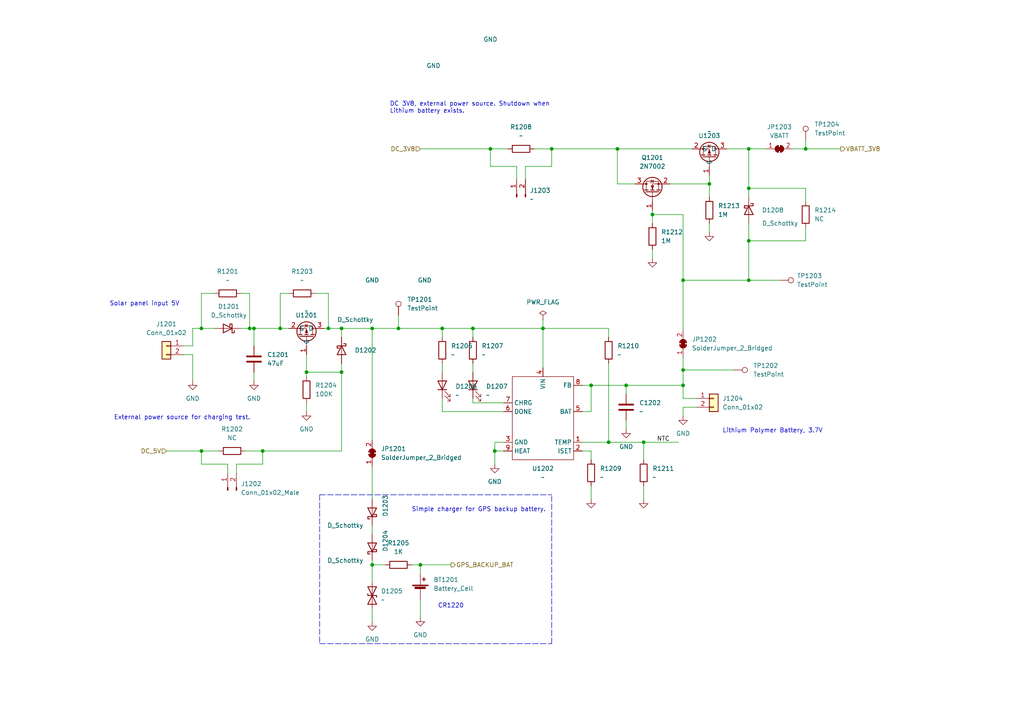
<source format=kicad_sch>
(kicad_sch (version 20211123) (generator eeschema)
  (paper "A4")
  (lib_symbols
    (symbol "Connector:Conn_01x02_Male" (pin_names (offset 1.016) hide)
      (property "Reference" "J" (at 0 2.54 0))
      (property "Value" "Conn_01x02_Male" (at 0 -5.08 0))
      (symbol "Conn_01x02_Male_1_1"
        (polyline (pts (xy 1.27 -2.54) (xy 0.8636 -2.54)) (stroke (width 0.1524)))
        (polyline (pts (xy 1.27 0) (xy 0.8636 0)) (stroke (width 0.1524)))
        (rectangle (start 0.8636 -2.413) (end 0 -2.667) (stroke (width 0.1524)) (fill (type outline)))
        (rectangle (start 0.8636 0.127) (end 0 -0.127) (stroke (width 0.1524)) (fill (type outline)))
        (pin passive line (at 5.08 0 180) (length 3.81) (name "Pin_1") (number "1"))
        (pin passive line (at 5.08 -2.54 180) (length 3.81) (name "Pin_2") (number "2"))
      )
    )
    (symbol "Connector:TestPoint" (pin_numbers hide) (pin_names (offset 0.762) hide)
      (property "Reference" "TP" (at 0 6.858 0))
      (property "Value" "TestPoint" (at 0 5.08 0))
      (symbol "TestPoint_0_1"
        (circle (center 0 3.302) (radius 0.762))
      )
      (symbol "TestPoint_1_1"
        (pin passive line (at 0 0 90) (length 2.54) (name "1") (number "1"))
      )
    )
    (symbol "Connector_Generic:Conn_01x02" (pin_names (offset 1.016) hide)
      (property "Reference" "J" (at 0 2.54 0))
      (property "Value" "Conn_01x02" (at 0 -5.08 0))
      (symbol "Conn_01x02_1_1"
        (rectangle (start -1.27 -2.413) (end 0 -2.667) (stroke (width 0.1524)))
        (rectangle (start -1.27 0.127) (end 0 -0.127) (stroke (width 0.1524)))
        (rectangle (start -1.27 1.27) (end 1.27 -3.81) (stroke (width 0.254)) (fill (type background)))
        (pin passive line (at -5.08 0 0) (length 3.81) (name "Pin_1") (number "1"))
        (pin passive line (at -5.08 -2.54 0) (length 3.81) (name "Pin_2") (number "2"))
      )
    )
    (symbol "Device:Battery_Cell" (pin_numbers hide) (pin_names (offset 0) hide)
      (property "Reference" "BT" (at 2.54 2.54 0))
      (property "Value" "Battery_Cell" (at 2.54 0 0))
      (symbol "Battery_Cell_0_1"
        (rectangle (start -2.286 1.778) (end 2.286 1.524) (fill (type outline)))
        (rectangle (start -1.5748 1.1938) (end 1.4732 0.6858) (fill (type outline)))
        (polyline (pts (xy 0 0.762) (xy 0 0)))
        (polyline (pts (xy 0 1.778) (xy 0 2.54)))
        (polyline (pts (xy 0.508 3.429) (xy 1.524 3.429)) (stroke (width 0.254)))
        (polyline (pts (xy 1.016 3.937) (xy 1.016 2.921)) (stroke (width 0.254)))
      )
      (symbol "Battery_Cell_1_1"
        (pin passive line (at 0 5.08 270) (length 2.54) (name "+") (number "1"))
        (pin passive line (at 0 -2.54 90) (length 2.54) (name "-") (number "2"))
      )
    )
    (symbol "Device:C" (pin_numbers hide) (pin_names (offset 0.254))
      (property "Reference" "C" (at 0.635 2.54 0))
      (property "Value" "C" (at 0.635 -2.54 0))
      (symbol "C_0_1"
        (polyline (pts (xy -2.032 -0.762) (xy 2.032 -0.762)) (stroke (width 0.508)))
        (polyline (pts (xy -2.032 0.762) (xy 2.032 0.762)) (stroke (width 0.508)))
      )
      (symbol "C_1_1"
        (pin passive line (at 0 3.81 270) (length 2.794) (name "~") (number "1"))
        (pin passive line (at 0 -3.81 90) (length 2.794) (name "~") (number "2"))
      )
    )
    (symbol "Device:D_Schottky" (pin_numbers hide) (pin_names (offset 1.016) hide)
      (property "Reference" "D" (at 0 2.54 0))
      (property "Value" "D_Schottky" (at 0 -2.54 0))
      (symbol "D_Schottky_0_1"
        (polyline (pts (xy 1.27 0) (xy -1.27 0)))
        (polyline (pts (xy 1.27 1.27) (xy 1.27 -1.27) (xy -1.27 0) (xy 1.27 1.27)) (stroke (width 0.254)))
        (polyline (pts (xy -1.905 0.635) (xy -1.905 1.27) (xy -1.27 1.27) (xy -1.27 -1.27) (xy -0.635 -1.27) (xy -0.635 -0.635)) (stroke (width 0.254)))
      )
      (symbol "D_Schottky_1_1"
        (pin passive line (at -3.81 0 0) (length 2.54) (name "K") (number "1"))
        (pin passive line (at 3.81 0 180) (length 2.54) (name "A") (number "2"))
      )
    )
    (symbol "Device:D_TVS" (pin_numbers hide) (pin_names (offset 1.016) hide)
      (property "Reference" "D" (at 0 2.54 0))
      (property "Value" "D_TVS" (at 0 -2.54 0))
      (symbol "D_TVS_0_1"
        (polyline (pts (xy 1.27 0) (xy -1.27 0)))
        (polyline (pts (xy 0.508 1.27) (xy 0 1.27) (xy 0 -1.27) (xy -0.508 -1.27)) (stroke (width 0.254)))
        (polyline (pts (xy -2.54 1.27) (xy -2.54 -1.27) (xy 2.54 1.27) (xy 2.54 -1.27) (xy -2.54 1.27)) (stroke (width 0.254)))
      )
      (symbol "D_TVS_1_1"
        (pin passive line (at -3.81 0 0) (length 2.54) (name "A1") (number "1"))
        (pin passive line (at 3.81 0 180) (length 2.54) (name "A2") (number "2"))
      )
    )
    (symbol "Device:LED" (pin_numbers hide) (pin_names (offset 1.016) hide)
      (property "Reference" "D" (at 0 2.54 0))
      (property "Value" "LED" (at 0 -2.54 0))
      (symbol "LED_0_1"
        (polyline (pts (xy -1.27 -1.27) (xy -1.27 1.27)) (stroke (width 0.254)))
        (polyline (pts (xy -1.27 0) (xy 1.27 0)))
        (polyline (pts (xy 1.27 -1.27) (xy 1.27 1.27) (xy -1.27 0) (xy 1.27 -1.27)) (stroke (width 0.254)))
        (polyline (pts (xy -3.048 -0.762) (xy -4.572 -2.286) (xy -3.81 -2.286) (xy -4.572 -2.286) (xy -4.572 -1.524)))
        (polyline (pts (xy -1.778 -0.762) (xy -3.302 -2.286) (xy -2.54 -2.286) (xy -3.302 -2.286) (xy -3.302 -1.524)))
      )
      (symbol "LED_1_1"
        (pin passive line (at -3.81 0 0) (length 2.54) (name "K") (number "1"))
        (pin passive line (at 3.81 0 180) (length 2.54) (name "A") (number "2"))
      )
    )
    (symbol "Device:R" (pin_numbers hide) (pin_names (offset 0))
      (property "Reference" "R" (at 2.032 0 90))
      (property "Value" "R" (at 0 0 90))
      (symbol "R_0_1"
        (rectangle (start -1.016 -2.54) (end 1.016 2.54) (stroke (width 0.254)))
      )
      (symbol "R_1_1"
        (pin passive line (at 0 3.81 270) (length 1.27) (name "~") (number "1"))
        (pin passive line (at 0 -3.81 90) (length 1.27) (name "~") (number "2"))
      )
    )
    (symbol "Jumper:SolderJumper_2_Bridged" (pin_names (offset 0) hide)
      (property "Reference" "JP" (at 0 2.032 0))
      (property "Value" "SolderJumper_2_Bridged" (at 0 -2.54 0))
      (symbol "SolderJumper_2_Bridged_0_1"
        (rectangle (start -0.508 0.508) (end 0.508 -0.508) (fill (type outline)))
        (arc (start -0.254 1.016) (mid -1.27 0) (end -0.254 -1.016))
        (arc (start -0.254 1.016) (mid -1.27 0) (end -0.254 -1.016) (fill (type outline)))
        (polyline (pts (xy -0.254 1.016) (xy -0.254 -1.016)))
        (polyline (pts (xy 0.254 1.016) (xy 0.254 -1.016)))
        (arc (start 0.254 -1.016) (mid 1.27 0) (end 0.254 1.016))
        (arc (start 0.254 -1.016) (mid 1.27 0) (end 0.254 1.016) (fill (type outline)))
      )
      (symbol "SolderJumper_2_Bridged_1_1"
        (pin passive line (at -3.81 0 0) (length 2.54) (name "A") (number "1"))
        (pin passive line (at 3.81 0 180) (length 2.54) (name "B") (number "2"))
      )
    )
    (symbol "Transistor_FET:2N7002" (pin_names hide)
      (property "Reference" "Q" (at 5.08 1.905 0))
      (property "Value" "2N7002" (at 5.08 0 0))
      (symbol "2N7002_0_1"
        (polyline (pts (xy 0.254 0) (xy -2.54 0)))
        (polyline (pts (xy 0.254 1.905) (xy 0.254 -1.905)) (stroke (width 0.254)))
        (polyline (pts (xy 0.762 -1.27) (xy 0.762 -2.286)) (stroke (width 0.254)))
        (polyline (pts (xy 0.762 0.508) (xy 0.762 -0.508)) (stroke (width 0.254)))
        (polyline (pts (xy 0.762 2.286) (xy 0.762 1.27)) (stroke (width 0.254)))
        (polyline (pts (xy 2.54 2.54) (xy 2.54 1.778)))
        (polyline (pts (xy 2.54 -2.54) (xy 2.54 0) (xy 0.762 0)))
        (polyline (pts (xy 0.762 -1.778) (xy 3.302 -1.778) (xy 3.302 1.778) (xy 0.762 1.778)))
        (polyline (pts (xy 1.016 0) (xy 2.032 0.381) (xy 2.032 -0.381) (xy 1.016 0)) (fill (type outline)))
        (polyline (pts (xy 2.794 0.508) (xy 2.921 0.381) (xy 3.683 0.381) (xy 3.81 0.254)))
        (polyline (pts (xy 3.302 0.381) (xy 2.921 -0.254) (xy 3.683 -0.254) (xy 3.302 0.381)))
        (circle (center 1.651 0) (radius 2.794) (stroke (width 0.254)))
        (circle (center 2.54 -1.778) (radius 0.254) (fill (type outline)))
        (circle (center 2.54 1.778) (radius 0.254) (fill (type outline)))
      )
      (symbol "2N7002_1_1"
        (pin input line (at -5.08 0 0) (length 2.54) (name "G") (number "1"))
        (pin passive line (at 2.54 -5.08 90) (length 2.54) (name "S") (number "2"))
        (pin passive line (at 2.54 5.08 270) (length 2.54) (name "D") (number "3"))
      )
    )
    (symbol "lp-collapse:CN3065"
      (property "Reference" "U" (at 0 0 0))
      (property "Value" "CN3065" (at 0 -2.54 0))
      (symbol "CN3065_0_1"
        (rectangle (start -8.89 11.43) (end 8.89 -12.7))
      )
      (symbol "CN3065_1_1"
        (pin input line (at 11.43 -7.62 180) (length 2.54) (name "TEMP") (number "1"))
        (pin output line (at 11.43 -10.16 180) (length 2.54) (name "ISET") (number "2"))
        (pin power_in line (at -11.43 -7.62 0) (length 2.54) (name "GND") (number "3"))
        (pin power_in line (at 0 13.97 270) (length 2.54) (name "VIN") (number "4"))
        (pin power_out line (at 11.43 1.27 180) (length 2.54) (name "BAT") (number "5"))
        (pin output line (at -11.43 1.27 0) (length 2.54) (name "DONE") (number "6"))
        (pin output line (at -11.43 3.81 0) (length 2.54) (name "CHRG") (number "7"))
        (pin input line (at 11.43 8.89 180) (length 2.54) (name "FB") (number "8"))
        (pin power_in line (at -11.43 -10.16 0) (length 2.54) (name "HEAT") (number "9"))
      )
    )
    (symbol "lp-collapse:Si2347DS"
      (property "Reference" "U" (at 5.08 1.27 0))
      (property "Value" "Si2347DS" (at 7.62 -2.54 0))
      (symbol "Si2347DS_0_1"
        (polyline (pts (xy -1.016 0) (xy -3.81 0)))
        (polyline (pts (xy -1.016 1.905) (xy -1.016 -1.905)) (stroke (width 0.254)))
        (polyline (pts (xy -0.508 -1.27) (xy -0.508 -2.286)) (stroke (width 0.254)))
        (polyline (pts (xy -0.508 0.508) (xy -0.508 -0.508)) (stroke (width 0.254)))
        (polyline (pts (xy -0.508 2.286) (xy -0.508 1.27)) (stroke (width 0.254)))
        (polyline (pts (xy 1.27 2.54) (xy 1.27 1.778)))
        (polyline (pts (xy 1.27 -2.54) (xy 1.27 0) (xy -0.508 0)))
        (polyline (pts (xy -0.508 1.778) (xy 2.032 1.778) (xy 2.032 -1.778) (xy -0.508 -1.778)))
        (polyline (pts (xy 1.016 0) (xy 0 0.381) (xy 0 -0.381) (xy 1.016 0)) (fill (type outline)))
        (polyline (pts (xy 1.524 -0.508) (xy 1.651 -0.381) (xy 2.413 -0.381) (xy 2.54 -0.254)))
        (polyline (pts (xy 2.032 -0.381) (xy 1.651 0.254) (xy 2.413 0.254) (xy 2.032 -0.381)))
        (circle (center 0.381 0) (radius 2.794) (stroke (width 0.254)))
        (circle (center 1.27 -1.778) (radius 0.254) (fill (type outline)))
        (circle (center 1.27 1.778) (radius 0.254) (fill (type outline)))
      )
      (symbol "Si2347DS_1_1"
        (pin input line (at -6.35 0 0) (length 2.54) (name "G") (number "1"))
        (pin passive line (at 1.27 -5.08 90) (length 2.54) (name "S") (number "2"))
        (pin passive line (at 1.27 5.08 270) (length 2.54) (name "D") (number "3"))
      )
    )
    (symbol "power:GND" (power) (pin_names (offset 0))
      (property "Value" "GND" (at 0 -3.81 0))
      (symbol "GND_0_1"
        (polyline (pts (xy 0 0) (xy 0 -1.27) (xy 1.27 -1.27) (xy 0 -2.54) (xy -1.27 -1.27) (xy 0 -1.27)))
      )
      (symbol "GND_1_1"
        (pin power_in line (at 0 0 270) (length 0) hide (name "GND") (number "1"))
      )
    )
    (symbol "power:PWR_FLAG" (power) (pin_numbers hide) (pin_names (offset 0) hide)
      (property "Value" "PWR_FLAG" (at 0 3.81 0))
      (symbol "PWR_FLAG_0_0"
        (pin power_out line (at 0 0 90) (length 0) (name "pwr") (number "1"))
      )
      (symbol "PWR_FLAG_0_1"
        (polyline (pts (xy 0 0) (xy 0 1.27) (xy -1.016 1.905) (xy 0 2.54) (xy 1.016 1.905) (xy 0 1.27)))
      )
    )
  )
  (junction (at 107.95 95.25))
  (junction (at 186.69 128.27))
  (junction (at 121.92 163.83))
  (junction (at 115.57 95.25))
  (junction (at 95.25 95.25))
  (junction (at 217.17 43.18))
  (junction (at 99.06 95.25))
  (junction (at 107.95 163.83))
  (junction (at 58.42 130.81))
  (junction (at 171.45 111.76))
  (junction (at 58.42 95.25))
  (junction (at 198.12 107.315))
  (junction (at 205.74 53.34))
  (junction (at 81.28 95.25))
  (junction (at 128.27 95.25))
  (junction (at 157.48 95.25))
  (junction (at 198.12 111.76))
  (junction (at 217.17 81.28))
  (junction (at 143.51 130.81))
  (junction (at 217.17 54.61))
  (junction (at 142.24 43.18))
  (junction (at 137.16 95.25))
  (junction (at 181.61 111.76))
  (junction (at 198.12 81.28))
  (junction (at 233.68 43.18))
  (junction (at 217.17 69.85))
  (junction (at 72.39 95.25))
  (junction (at 160.02 43.18))
  (junction (at 176.53 128.27))
  (junction (at 99.06 107.95))
  (junction (at 88.9 107.95))
  (junction (at 179.07 43.18))
  (junction (at 73.66 95.25))
  (junction (at 189.23 62.23))
  (junction (at 76.2 130.81))
  (wire (pts (xy 137.16 95.25) (xy 137.16 97.79)))
  (wire (pts (xy 217.17 81.28) (xy 198.12 81.28)))
  (wire (pts (xy 72.39 85.09) (xy 72.39 95.25)))
  (wire (pts (xy 128.27 97.79) (xy 128.27 95.25)))
  (wire (pts (xy 76.2 130.81) (xy 99.06 130.81)))
  (polyline (pts (xy 92.71 186.69) (xy 160.02 186.69)))
  (wire (pts (xy 186.69 140.97) (xy 186.69 144.78)))
  (wire (pts (xy 115.57 91.44) (xy 115.57 95.25)))
  (wire (pts (xy 143.51 130.81) (xy 146.05 130.81)))
  (wire (pts (xy 66.04 134.62) (xy 66.04 137.16)))
  (wire (pts (xy 95.25 95.25) (xy 99.06 95.25)))
  (wire (pts (xy 168.91 130.81) (xy 171.45 130.81)))
  (wire (pts (xy 121.92 163.83) (xy 121.92 166.37)))
  (wire (pts (xy 107.95 163.83) (xy 107.95 168.91)))
  (wire (pts (xy 198.12 62.23) (xy 198.12 81.28)))
  (wire (pts (xy 62.23 85.09) (xy 58.42 85.09)))
  (wire (pts (xy 152.4 48.26) (xy 152.4 52.07)))
  (wire (pts (xy 233.68 43.18) (xy 243.84 43.18)))
  (wire (pts (xy 198.12 111.76) (xy 181.61 111.76)))
  (wire (pts (xy 121.92 43.18) (xy 142.24 43.18)))
  (wire (pts (xy 217.17 43.18) (xy 217.17 54.61)))
  (wire (pts (xy 181.61 111.76) (xy 181.61 114.3)))
  (wire (pts (xy 128.27 105.41) (xy 128.27 107.95)))
  (wire (pts (xy 128.27 115.57) (xy 128.27 119.38)))
  (wire (pts (xy 205.74 50.8) (xy 205.74 53.34)))
  (wire (pts (xy 198.12 107.315) (xy 198.12 111.76)))
  (wire (pts (xy 137.16 105.41) (xy 137.16 107.95)))
  (wire (pts (xy 168.91 111.76) (xy 171.45 111.76)))
  (wire (pts (xy 119.38 163.83) (xy 121.92 163.83)))
  (wire (pts (xy 201.93 118.11) (xy 198.12 118.11)))
  (polyline (pts (xy 92.71 143.51) (xy 160.02 143.51)))
  (wire (pts (xy 93.98 95.25) (xy 95.25 95.25)))
  (wire (pts (xy 115.57 95.25) (xy 107.95 95.25)))
  (wire (pts (xy 217.17 43.18) (xy 222.25 43.18)))
  (wire (pts (xy 48.26 130.81) (xy 58.42 130.81)))
  (wire (pts (xy 154.94 43.18) (xy 160.02 43.18)))
  (wire (pts (xy 160.02 43.18) (xy 160.02 48.26)))
  (wire (pts (xy 149.86 48.26) (xy 149.86 52.07)))
  (wire (pts (xy 88.9 107.95) (xy 88.9 109.22)))
  (wire (pts (xy 137.16 95.25) (xy 157.48 95.25)))
  (wire (pts (xy 95.25 85.09) (xy 95.25 95.25)))
  (wire (pts (xy 152.4 48.26) (xy 160.02 48.26)))
  (wire (pts (xy 73.66 107.95) (xy 73.66 110.49)))
  (wire (pts (xy 58.42 134.62) (xy 66.04 134.62)))
  (wire (pts (xy 58.42 130.81) (xy 58.42 134.62)))
  (wire (pts (xy 186.69 128.27) (xy 186.69 133.35)))
  (wire (pts (xy 198.12 115.57) (xy 198.12 111.76)))
  (wire (pts (xy 157.48 92.71) (xy 157.48 95.25)))
  (wire (pts (xy 71.12 130.81) (xy 76.2 130.81)))
  (wire (pts (xy 171.45 130.81) (xy 171.45 133.35)))
  (wire (pts (xy 179.07 43.18) (xy 200.66 43.18)))
  (wire (pts (xy 189.23 62.23) (xy 189.23 64.77)))
  (wire (pts (xy 83.82 85.09) (xy 81.28 85.09)))
  (wire (pts (xy 179.07 43.18) (xy 179.07 53.34)))
  (wire (pts (xy 130.81 163.83) (xy 121.92 163.83)))
  (wire (pts (xy 88.9 107.95) (xy 99.06 107.95)))
  (wire (pts (xy 229.87 43.18) (xy 233.68 43.18)))
  (wire (pts (xy 69.85 95.25) (xy 72.39 95.25)))
  (wire (pts (xy 157.48 95.25) (xy 157.48 106.68)))
  (wire (pts (xy 189.23 60.96) (xy 189.23 62.23)))
  (wire (pts (xy 53.34 102.87) (xy 55.88 102.87)))
  (wire (pts (xy 68.58 134.62) (xy 76.2 134.62)))
  (wire (pts (xy 107.95 135.255) (xy 107.95 144.78)))
  (wire (pts (xy 142.24 43.18) (xy 142.24 48.26)))
  (wire (pts (xy 88.9 102.87) (xy 88.9 107.95)))
  (wire (pts (xy 233.68 58.42) (xy 233.68 54.61)))
  (wire (pts (xy 99.06 130.81) (xy 99.06 107.95)))
  (wire (pts (xy 201.93 115.57) (xy 198.12 115.57)))
  (wire (pts (xy 171.45 111.76) (xy 181.61 111.76)))
  (wire (pts (xy 55.88 95.25) (xy 58.42 95.25)))
  (wire (pts (xy 171.45 111.76) (xy 171.45 119.38)))
  (wire (pts (xy 189.23 72.39) (xy 189.23 74.93)))
  (wire (pts (xy 171.45 140.97) (xy 171.45 144.78)))
  (wire (pts (xy 217.17 81.28) (xy 226.06 81.28)))
  (wire (pts (xy 128.27 95.25) (xy 137.16 95.25)))
  (wire (pts (xy 233.68 40.64) (xy 233.68 43.18)))
  (wire (pts (xy 194.31 53.34) (xy 205.74 53.34)))
  (wire (pts (xy 55.88 95.25) (xy 55.88 100.33)))
  (wire (pts (xy 115.57 95.25) (xy 128.27 95.25)))
  (polyline (pts (xy 92.71 143.51) (xy 92.71 186.69)))
  (wire (pts (xy 73.66 95.25) (xy 81.28 95.25)))
  (wire (pts (xy 58.42 130.81) (xy 63.5 130.81)))
  (wire (pts (xy 55.88 102.87) (xy 55.88 110.49)))
  (wire (pts (xy 198.12 81.28) (xy 198.12 95.885)))
  (wire (pts (xy 53.34 100.33) (xy 55.88 100.33)))
  (polyline (pts (xy 160.02 186.69) (xy 160.02 143.51)))
  (wire (pts (xy 217.17 64.77) (xy 217.17 69.85)))
  (wire (pts (xy 107.95 176.53) (xy 107.95 180.34)))
  (wire (pts (xy 137.16 115.57) (xy 137.16 116.84)))
  (wire (pts (xy 107.95 95.25) (xy 107.95 127.635)))
  (wire (pts (xy 72.39 95.25) (xy 73.66 95.25)))
  (wire (pts (xy 198.12 107.315) (xy 212.725 107.315)))
  (wire (pts (xy 143.51 128.27) (xy 143.51 130.81)))
  (wire (pts (xy 99.06 105.41) (xy 99.06 107.95)))
  (wire (pts (xy 81.28 95.25) (xy 83.82 95.25)))
  (wire (pts (xy 76.2 130.81) (xy 76.2 134.62)))
  (wire (pts (xy 176.53 128.27) (xy 186.69 128.27)))
  (wire (pts (xy 58.42 85.09) (xy 58.42 95.25)))
  (wire (pts (xy 184.15 53.34) (xy 179.07 53.34)))
  (wire (pts (xy 217.17 69.85) (xy 217.17 81.28)))
  (wire (pts (xy 181.61 121.92) (xy 181.61 124.46)))
  (wire (pts (xy 210.82 43.18) (xy 217.17 43.18)))
  (wire (pts (xy 143.51 130.81) (xy 143.51 134.62)))
  (wire (pts (xy 186.69 128.27) (xy 196.85 128.27)))
  (wire (pts (xy 233.68 54.61) (xy 217.17 54.61)))
  (wire (pts (xy 149.86 48.26) (xy 142.24 48.26)))
  (wire (pts (xy 91.44 85.09) (xy 95.25 85.09)))
  (wire (pts (xy 146.05 128.27) (xy 143.51 128.27)))
  (wire (pts (xy 121.92 173.99) (xy 121.92 179.07)))
  (wire (pts (xy 128.27 119.38) (xy 146.05 119.38)))
  (wire (pts (xy 205.74 64.77) (xy 205.74 67.31)))
  (wire (pts (xy 73.66 95.25) (xy 73.66 100.33)))
  (wire (pts (xy 176.53 95.25) (xy 176.53 97.79)))
  (wire (pts (xy 107.95 162.56) (xy 107.95 163.83)))
  (wire (pts (xy 99.06 95.25) (xy 99.06 97.79)))
  (wire (pts (xy 233.68 66.04) (xy 233.68 69.85)))
  (wire (pts (xy 198.12 62.23) (xy 189.23 62.23)))
  (wire (pts (xy 68.58 137.16) (xy 68.58 134.62)))
  (wire (pts (xy 157.48 95.25) (xy 176.53 95.25)))
  (wire (pts (xy 176.53 105.41) (xy 176.53 128.27)))
  (wire (pts (xy 88.9 116.84) (xy 88.9 119.38)))
  (wire (pts (xy 69.85 85.09) (xy 72.39 85.09)))
  (wire (pts (xy 107.95 152.4) (xy 107.95 154.94)))
  (wire (pts (xy 107.95 163.83) (xy 111.76 163.83)))
  (wire (pts (xy 160.02 43.18) (xy 179.07 43.18)))
  (wire (pts (xy 168.91 119.38) (xy 171.45 119.38)))
  (wire (pts (xy 217.17 54.61) (xy 217.17 57.15)))
  (wire (pts (xy 81.28 85.09) (xy 81.28 95.25)))
  (wire (pts (xy 146.05 116.84) (xy 137.16 116.84)))
  (wire (pts (xy 198.12 103.505) (xy 198.12 107.315)))
  (wire (pts (xy 198.12 118.11) (xy 198.12 120.65)))
  (wire (pts (xy 142.24 43.18) (xy 147.32 43.18)))
  (wire (pts (xy 58.42 95.25) (xy 62.23 95.25)))
  (wire (pts (xy 176.53 128.27) (xy 168.91 128.27)))
  (wire (pts (xy 205.74 53.34) (xy 205.74 57.15)))
  (wire (pts (xy 233.68 69.85) (xy 217.17 69.85)))
  (wire (pts (xy 99.06 95.25) (xy 107.95 95.25)))
  (text "Simple charger for GPS backup battery." (at 119.38 148.59 0) (effects (font (size 1.27 1.27)) (justify left bottom)))
  (text "DC 3V8, external power source. Shutdown when \nLithium battery exists.\n" (at 113.03 33.02 0) (effects (font (size 1.27 1.27)) (justify left bottom)))
  (text "CR1220" (at 127 176.53 0) (effects (font (size 1.27 1.27)) (justify left bottom)))
  (text "External power source for charging test." (at 33.02 121.92 0) (effects (font (size 1.27 1.27)) (justify left bottom)))
  (text "Solar panel input 5V" (at 31.75 88.9 0) (effects (font (size 1.27 1.27)) (justify left bottom)))
  (text "Lithium Polymer Battery, 3.7V" (at 209.55 125.73 0) (effects (font (size 1.27 1.27)) (justify left bottom)))
  (label "NTC" (at 190.5 128.27 0))
  (hierarchical_label "VBATT_3V8" (shape output) (at 243.84 43.18 0))
  (hierarchical_label "GPS_BACKUP_BAT" (shape output) (at 130.81 163.83 0))
  (hierarchical_label "DC_5V" (shape input) (at 48.26 130.81 180))
  (hierarchical_label "DC_3V8" (shape input) (at 121.92 43.18 180))
  (symbol (lib_id "Device:R") (at 67.31 130.81 90) (unit 1)
    (property "Reference" "R1202" (at 67.31 124.46 90))
    (property "Value" "NC" (at 67.31 127 90))
  )
  (symbol (lib_id "Device:LED") (at 137.16 111.76 90) (unit 1)
    (property "Reference" "D1207" (at 140.97 112.0774 90) (effects (justify right)))
    (property "Value" "~" (at 140.97 114.6174 90) (effects (justify right)))
  )
  (symbol (lib_id "power:GND") (at 107.95 180.34 0) (unit 1)
    (property "Reference" "#PWR01204" (effects hide))
    (property "Value" "~" (at 107.95 185.42 0))
  )
  (symbol (lib_id "Device:R") (at 171.45 137.16 0) (unit 1)
    (property "Reference" "R1209" (at 173.99 135.8899 0) (effects (justify left)))
    (property "Value" "~" (at 173.99 138.4299 0) (effects (justify left)))
  )
  (symbol (lib_id "Transistor_FET:2N7002") (at 189.23 55.88 90) (unit 1)
    (property "Reference" "Q1201" (at 189.23 45.72 90))
    (property "Value" "2N7002" (at 189.23 48.26 90))
    (property "Footprint" "Package_TO_SOT_SMD:SOT-23" (effects hide))
    (property "Datasheet" "https://www.onsemi.com/pub/Collateral/NDS7002A-D.PDF" (effects hide))
  )
  (symbol (lib_id "Connector_Generic:Conn_01x02") (at 207.01 115.57 0) (unit 1)
    (property "Reference" "J1204" (at 209.55 115.5699 0) (effects (justify left)))
    (property "Value" "Conn_01x02" (at 209.55 118.1099 0) (effects (justify left)))
    (property "Footprint" "Connector_JST:JST_PH_S2B-PH-SM4-TB_1x02-1MP_P2.00mm_Horizontal" (effects hide))
  )
  (symbol (lib_id "Jumper:SolderJumper_2_Bridged") (at 226.06 43.18 0) (unit 1)
    (property "Reference" "JP1203" (at 226.06 36.83 0))
    (property "Value" "VBATT" (at 226.06 39.37 0))
  )
  (symbol (lib_id "Device:D_Schottky") (at 107.95 148.59 90) (unit 1)
    (property "Reference" "D1203" (at 111.76 149.86 0) (effects (justify left)))
    (property "Value" "D_Schottky" (at 105.41 152.4 90) (effects (justify left)))
  )
  (symbol (lib_id "Device:D_Schottky") (at 107.95 158.75 90) (unit 1)
    (property "Reference" "D1204" (at 111.76 160.02 0) (effects (justify left)))
    (property "Value" "D_Schottky" (at 105.41 162.56 90) (effects (justify left)))
  )
  (symbol (lib_id "Device:R") (at 176.53 101.6 0) (unit 1)
    (property "Reference" "R1210" (at 179.07 100.3299 0) (effects (justify left)))
    (property "Value" "~" (at 179.07 102.8699 0) (effects (justify left)))
  )
  (symbol (lib_id "power:GND") (at 189.23 74.93 0) (unit 1)
    (property "Reference" "#PWR01210" (effects hide))
    (property "Value" "~" (at 125.73 19.05 0))
  )
  (symbol (lib_id "Connector:Conn_01x02_Male") (at 149.86 57.15 90) (unit 1)
    (property "Reference" "J1203" (at 153.67 55.2449 90) (effects (justify right)))
    (property "Value" "~" (at 153.67 57.7849 90) (effects (justify right)))
  )
  (symbol (lib_id "power:GND") (at 121.92 179.07 0) (unit 1)
    (property "Reference" "#PWR01205" (effects hide))
    (property "Value" "GND" (at 121.92 184.15 0))
  )
  (symbol (lib_id "power:GND") (at 171.45 144.78 0) (unit 1)
    (property "Reference" "#PWR01207" (effects hide))
    (property "Value" "~" (at 107.95 81.28 0))
  )
  (symbol (lib_id "Device:R") (at 151.13 43.18 90) (unit 1)
    (property "Reference" "R1208" (at 151.13 36.83 90))
    (property "Value" "~" (at 151.13 39.37 90))
  )
  (symbol (lib_id "lp-collapse:Si2347DS") (at 88.9 96.52 270) (mirror x) (unit 1)
    (property "Reference" "U1201" (at 88.9 91.44 90))
    (property "Value" "~" (at 88.9 90.17 90))
  )
  (symbol (lib_id "Device:R") (at 115.57 163.83 90) (unit 1)
    (property "Reference" "R1205" (at 115.57 157.48 90))
    (property "Value" "1K" (at 115.57 160.02 90))
  )
  (symbol (lib_id "Device:D_Schottky") (at 66.04 95.25 180) (unit 1)
    (property "Reference" "D1201" (at 66.3575 88.9 0))
    (property "Value" "D_Schottky" (at 66.3575 91.44 0))
  )
  (symbol (lib_id "power:GND") (at 73.66 110.49 0) (unit 1)
    (property "Reference" "#PWR01202" (effects hide))
    (property "Value" "~" (at 73.66 115.57 0))
  )
  (symbol (lib_id "Device:R") (at 128.27 101.6 0) (unit 1)
    (property "Reference" "R1206" (at 130.81 100.3299 0) (effects (justify left)))
    (property "Value" "~" (at 130.81 102.8699 0) (effects (justify left)))
  )
  (symbol (lib_id "Connector:TestPoint") (at 233.68 40.64 0) (unit 1)
    (property "Reference" "TP1204" (at 236.22 36.0679 0) (effects (justify left)))
    (property "Value" "TestPoint" (at 236.22 38.6079 0) (effects (justify left)))
  )
  (symbol (lib_id "power:GND") (at 181.61 124.46 0) (unit 1)
    (property "Reference" "#PWR01208" (effects hide))
    (property "Value" "~" (at 181.61 129.54 0))
  )
  (symbol (lib_id "Device:R") (at 205.74 60.96 0) (unit 1)
    (property "Reference" "R1213" (at 208.28 59.6899 0) (effects (justify left)))
    (property "Value" "1M" (at 208.28 62.2299 0) (effects (justify left)))
  )
  (symbol (lib_id "Device:R") (at 137.16 101.6 0) (unit 1)
    (property "Reference" "R1207" (at 139.7 100.3299 0) (effects (justify left)))
    (property "Value" "~" (at 139.7 102.8699 0) (effects (justify left)))
  )
  (symbol (lib_id "Device:R") (at 87.63 85.09 90) (unit 1)
    (property "Reference" "R1203" (at 87.63 78.74 90))
    (property "Value" "~" (at 87.63 81.28 90))
  )
  (symbol (lib_id "Device:R") (at 186.69 137.16 0) (unit 1)
    (property "Reference" "R1211" (at 189.23 135.8899 0) (effects (justify left)))
    (property "Value" "~" (at 189.23 138.4299 0) (effects (justify left)))
  )
  (symbol (lib_id "Device:R") (at 189.23 68.58 0) (unit 1)
    (property "Reference" "R1212" (at 191.77 67.3099 0) (effects (justify left)))
    (property "Value" "1M" (at 191.77 69.8499 0) (effects (justify left)))
  )
  (symbol (lib_id "power:GND") (at 198.12 120.65 0) (unit 1)
    (property "Reference" "#PWR01211" (effects hide))
    (property "Value" "~" (at 198.12 125.73 0))
  )
  (symbol (lib_id "Device:R") (at 233.68 62.23 0) (unit 1)
    (property "Reference" "R1214" (at 236.22 60.9599 0) (effects (justify left)))
    (property "Value" "NC" (at 236.22 63.4999 0) (effects (justify left)))
  )
  (symbol (lib_id "power:GND") (at 205.74 67.31 0) (unit 1)
    (property "Reference" "#PWR01212" (effects hide))
    (property "Value" "~" (at 142.24 11.43 0))
  )
  (symbol (lib_id "Connector:TestPoint") (at 212.725 107.315 270) (unit 1)
    (property "Reference" "TP1202" (at 218.44 106.0449 90) (effects (justify left)))
    (property "Value" "TestPoint" (at 218.44 108.5849 90) (effects (justify left)))
  )
  (symbol (lib_id "Jumper:SolderJumper_2_Bridged") (at 198.12 99.695 90) (unit 1)
    (property "Reference" "JP1202" (at 200.66 98.4249 90) (effects (justify right)))
    (property "Value" "SolderJumper_2_Bridged" (at 200.66 100.9649 90) (effects (justify right)))
  )
  (symbol (lib_id "Device:Battery_Cell") (at 121.92 171.45 0) (unit 1)
    (property "Reference" "BT1201" (at 125.73 168.1479 0) (effects (justify left)))
    (property "Value" "Battery_Cell" (at 125.73 170.6879 0) (effects (justify left)))
    (property "Footprint" "Battery:BatteryHolder_Keystone_1058_1x2032" (effects hide))
  )
  (symbol (lib_id "Jumper:SolderJumper_2_Bridged") (at 107.95 131.445 90) (unit 1)
    (property "Reference" "JP1201" (at 110.49 130.1749 90) (effects (justify right)))
    (property "Value" "SolderJumper_2_Bridged" (at 110.49 132.7149 90) (effects (justify right)))
  )
  (symbol (lib_id "Connector:Conn_01x02_Male") (at 66.04 142.24 90) (unit 1)
    (property "Reference" "J1202" (at 69.85 140.3349 90) (effects (justify right)))
    (property "Value" "Conn_01x02_Male" (at 69.85 142.8749 90) (effects (justify right)))
  )
  (symbol (lib_id "Device:C") (at 181.61 118.11 0) (unit 1)
    (property "Reference" "C1202" (at 185.42 116.8399 0) (effects (justify left)))
    (property "Value" "~" (at 185.42 119.3799 0) (effects (justify left)))
  )
  (symbol (lib_id "Device:D_Schottky") (at 217.17 60.96 270) (unit 1)
    (property "Reference" "D1208" (at 220.98 60.96 90) (effects (justify left)))
    (property "Value" "D_Schottky" (at 220.98 64.77 90) (effects (justify left)))
  )
  (symbol (lib_id "Connector:TestPoint") (at 226.06 81.28 270) (unit 1)
    (property "Reference" "TP1203" (at 231.14 80.0099 90) (effects (justify left)))
    (property "Value" "TestPoint" (at 231.14 82.5499 90) (effects (justify left)))
  )
  (symbol (lib_id "power:GND") (at 186.69 144.78 0) (unit 1)
    (property "Reference" "#PWR01209" (effects hide))
    (property "Value" "~" (at 123.19 81.28 0))
  )
  (symbol (lib_id "Device:D_Schottky") (at 99.06 101.6 270) (unit 1)
    (property "Reference" "D1202" (at 102.87 101.6 90) (effects (justify left)))
    (property "Value" "D_Schottky" (at 97.79 92.71 90) (effects (justify left)))
  )
  (symbol (lib_id "lp-collapse:Si2347DS") (at 205.74 44.45 270) (mirror x) (unit 1)
    (property "Reference" "U1203" (at 205.74 39.37 90))
    (property "Value" "~" (at 205.74 38.1 90))
  )
  (symbol (lib_id "power:GND") (at 143.51 134.62 0) (unit 1)
    (property "Reference" "#PWR01206" (effects hide))
    (property "Value" "~" (at 143.51 139.7 0))
  )
  (symbol (lib_id "Connector_Generic:Conn_01x02") (at 48.26 100.33 0) (mirror y) (unit 1)
    (property "Reference" "J1201" (at 48.26 93.98 0))
    (property "Value" "Conn_01x02" (at 48.26 96.52 0))
    (property "Footprint" "Connector_JST:JST_PH_S2B-PH-SM4-TB_1x02-1MP_P2.00mm_Horizontal" (effects hide))
  )
  (symbol (lib_id "power:GND") (at 55.88 110.49 0) (unit 1)
    (property "Reference" "#PWR01201" (effects hide))
    (property "Value" "~" (at 55.88 115.57 0))
  )
  (symbol (lib_id "Connector:TestPoint") (at 115.57 91.44 0) (unit 1)
    (property "Reference" "TP1201" (at 118.11 86.8679 0) (effects (justify left)))
    (property "Value" "TestPoint" (at 118.11 89.4079 0) (effects (justify left)))
  )
  (symbol (lib_id "Device:C") (at 73.66 104.14 0) (unit 1)
    (property "Reference" "C1201" (at 77.47 102.8699 0) (effects (justify left)))
    (property "Value" "47uF" (at 77.47 105.4099 0) (effects (justify left)))
  )
  (symbol (lib_id "Device:R") (at 66.04 85.09 90) (unit 1)
    (property "Reference" "R1201" (at 66.04 78.74 90))
    (property "Value" "~" (at 66.04 81.28 90))
  )
  (symbol (lib_id "power:GND") (at 88.9 119.38 0) (unit 1)
    (property "Reference" "#PWR01203" (effects hide))
    (property "Value" "~" (at 88.9 124.46 0))
  )
  (symbol (lib_id "power:PWR_FLAG") (at 157.48 92.71 0) (unit 1)
    (property "Reference" "#FLG0122" (effects hide))
    (property "Value" "PWR_FLAG" (at 157.48 87.63 0))
  )
  (symbol (lib_id "Device:D_TVS") (at 107.95 172.72 90) (unit 1)
    (property "Reference" "D1205" (at 110.49 171.4499 90) (effects (justify right)))
    (property "Value" "~" (at 110.49 173.9899 90) (effects (justify right)))
  )
  (symbol (lib_id "lp-collapse:CN3065") (at 157.48 120.65 0) (unit 1)
    (property "Reference" "U1202" (at 157.48 135.89 0))
    (property "Value" "~" (at 157.48 138.43 0))
  )
  (symbol (lib_id "Device:LED") (at 128.27 111.76 90) (unit 1)
    (property "Reference" "D1206" (at 132.08 112.0774 90) (effects (justify right)))
    (property "Value" "~" (at 132.08 114.6174 90) (effects (justify right)))
  )
  (symbol (lib_id "Device:R") (at 88.9 113.03 0) (unit 1)
    (property "Reference" "R1204" (at 91.44 111.7599 0) (effects (justify left)))
    (property "Value" "100K" (at 91.44 114.2999 0) (effects (justify left)))
  )
)
</source>
